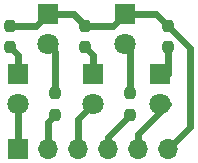
<source format=gbl>
%TF.GenerationSoftware,KiCad,Pcbnew,(6.0.10)*%
%TF.CreationDate,2023-01-30T00:45:51+02:00*%
%TF.ProjectId,LEDs Shield,4c454473-2053-4686-9965-6c642e6b6963,rev?*%
%TF.SameCoordinates,Original*%
%TF.FileFunction,Copper,L2,Bot*%
%TF.FilePolarity,Positive*%
%FSLAX46Y46*%
G04 Gerber Fmt 4.6, Leading zero omitted, Abs format (unit mm)*
G04 Created by KiCad (PCBNEW (6.0.10)) date 2023-01-30 00:45:51*
%MOMM*%
%LPD*%
G01*
G04 APERTURE LIST*
G04 Aperture macros list*
%AMRoundRect*
0 Rectangle with rounded corners*
0 $1 Rounding radius*
0 $2 $3 $4 $5 $6 $7 $8 $9 X,Y pos of 4 corners*
0 Add a 4 corners polygon primitive as box body*
4,1,4,$2,$3,$4,$5,$6,$7,$8,$9,$2,$3,0*
0 Add four circle primitives for the rounded corners*
1,1,$1+$1,$2,$3*
1,1,$1+$1,$4,$5*
1,1,$1+$1,$6,$7*
1,1,$1+$1,$8,$9*
0 Add four rect primitives between the rounded corners*
20,1,$1+$1,$2,$3,$4,$5,0*
20,1,$1+$1,$4,$5,$6,$7,0*
20,1,$1+$1,$6,$7,$8,$9,0*
20,1,$1+$1,$8,$9,$2,$3,0*%
G04 Aperture macros list end*
%TA.AperFunction,SMDPad,CuDef*%
%ADD10RoundRect,0.237500X-0.237500X0.250000X-0.237500X-0.250000X0.237500X-0.250000X0.237500X0.250000X0*%
%TD*%
%TA.AperFunction,ComponentPad*%
%ADD11R,1.800000X1.800000*%
%TD*%
%TA.AperFunction,ComponentPad*%
%ADD12C,1.800000*%
%TD*%
%TA.AperFunction,ComponentPad*%
%ADD13R,1.700000X1.700000*%
%TD*%
%TA.AperFunction,ComponentPad*%
%ADD14O,1.700000X1.700000*%
%TD*%
%TA.AperFunction,Conductor*%
%ADD15C,0.600000*%
%TD*%
G04 APERTURE END LIST*
D10*
%TO.P,R4,2*%
%TO.N,Net-(J3-Pad4)*%
X160325000Y-94562500D03*
%TO.P,R4,1*%
%TO.N,Net-(D4-Pad2)*%
X160325000Y-92737500D03*
%TD*%
%TO.P,R2,2*%
%TO.N,Net-(J3-Pad2)*%
X153975000Y-94562500D03*
%TO.P,R2,1*%
%TO.N,Net-(D2-Pad2)*%
X153975000Y-92737500D03*
%TD*%
%TO.P,R5,1*%
%TO.N,GND*%
X163500000Y-87022500D03*
%TO.P,R5,2*%
%TO.N,Net-(D5-Pad1)*%
X163500000Y-88847500D03*
%TD*%
%TO.P,R3,1*%
%TO.N,GND*%
X156515000Y-87022500D03*
%TO.P,R3,2*%
%TO.N,Net-(D3-Pad1)*%
X156515000Y-88847500D03*
%TD*%
%TO.P,R1,1*%
%TO.N,GND*%
X150165000Y-87022500D03*
%TO.P,R1,2*%
%TO.N,Net-(D1-Pad1)*%
X150165000Y-88847500D03*
%TD*%
D11*
%TO.P,D5,1,K*%
%TO.N,Net-(D5-Pad1)*%
X162865000Y-91105000D03*
D12*
%TO.P,D5,2,A*%
%TO.N,Net-(J3-Pad5)*%
X162865000Y-93645000D03*
%TD*%
%TO.P,D4,2,A*%
%TO.N,Net-(D4-Pad2)*%
X159880000Y-88565000D03*
D11*
%TO.P,D4,1,K*%
%TO.N,GND*%
X159880000Y-86025000D03*
%TD*%
%TO.P,D3,1,K*%
%TO.N,Net-(D3-Pad1)*%
X157150000Y-91105000D03*
D12*
%TO.P,D3,2,A*%
%TO.N,Net-(J3-Pad3)*%
X157150000Y-93645000D03*
%TD*%
%TO.P,D2,2,A*%
%TO.N,Net-(D2-Pad2)*%
X153340000Y-88565000D03*
D11*
%TO.P,D2,1,K*%
%TO.N,GND*%
X153340000Y-86025000D03*
%TD*%
%TO.P,D1,1,K*%
%TO.N,Net-(D1-Pad1)*%
X150800000Y-91110000D03*
D12*
%TO.P,D1,2,A*%
%TO.N,Net-(J3-Pad1)*%
X150800000Y-93650000D03*
%TD*%
D13*
%TO.P,J3,1,Pin_1*%
%TO.N,Net-(J3-Pad1)*%
X150800000Y-97460000D03*
D14*
%TO.P,J3,2,Pin_2*%
%TO.N,Net-(J3-Pad2)*%
X153340000Y-97460000D03*
%TO.P,J3,3,Pin_3*%
%TO.N,Net-(J3-Pad3)*%
X155880000Y-97460000D03*
%TO.P,J3,4,Pin_4*%
%TO.N,Net-(J3-Pad4)*%
X158420000Y-97460000D03*
%TO.P,J3,5,Pin_5*%
%TO.N,Net-(J3-Pad5)*%
X160960000Y-97460000D03*
%TO.P,J3,6,Pin_6*%
%TO.N,GND*%
X163500000Y-97460000D03*
%TD*%
D15*
%TO.N,Net-(D5-Pad1)*%
X163500000Y-91105000D02*
X163500000Y-88847500D01*
%TO.N,Net-(J3-Pad5)*%
X160960000Y-96185000D02*
X163500000Y-93645000D01*
X160960000Y-97460000D02*
X160960000Y-96185000D01*
%TO.N,Net-(D4-Pad2)*%
X160325000Y-92737500D02*
X160325000Y-89010000D01*
X160325000Y-89010000D02*
X159880000Y-88565000D01*
%TO.N,Net-(J3-Pad4)*%
X158420000Y-96467500D02*
X160325000Y-94562500D01*
X158420000Y-97460000D02*
X158420000Y-96467500D01*
%TO.N,Net-(D3-Pad1)*%
X157150000Y-89482500D02*
X156515000Y-88847500D01*
X157150000Y-91105000D02*
X157150000Y-89482500D01*
%TO.N,Net-(J3-Pad3)*%
X155880000Y-94915000D02*
X157150000Y-93645000D01*
X155880000Y-97460000D02*
X155880000Y-94915000D01*
%TO.N,Net-(D2-Pad2)*%
X153975000Y-92737500D02*
X153975000Y-89200000D01*
X153975000Y-89200000D02*
X153340000Y-88565000D01*
%TO.N,Net-(J3-Pad2)*%
X153340000Y-95197500D02*
X153975000Y-94562500D01*
X153340000Y-97460000D02*
X153340000Y-95197500D01*
%TO.N,GND*%
X165405000Y-88927500D02*
X165405000Y-95555000D01*
X163500000Y-87022500D02*
X165405000Y-88927500D01*
X165405000Y-95555000D02*
X163500000Y-97460000D01*
X162502500Y-86025000D02*
X163500000Y-87022500D01*
X159880000Y-86025000D02*
X162502500Y-86025000D01*
X158882500Y-87022500D02*
X159880000Y-86025000D01*
X156515000Y-87022500D02*
X158882500Y-87022500D01*
X155517500Y-86025000D02*
X156515000Y-87022500D01*
X153340000Y-86025000D02*
X155517500Y-86025000D01*
X152342500Y-87022500D02*
X153340000Y-86025000D01*
X150165000Y-87022500D02*
X152342500Y-87022500D01*
%TO.N,Net-(D1-Pad1)*%
X150800000Y-91110000D02*
X150800000Y-89482500D01*
X150800000Y-89482500D02*
X150165000Y-88847500D01*
%TO.N,Net-(J3-Pad1)*%
X150800000Y-97460000D02*
X150800000Y-93650000D01*
%TD*%
M02*

</source>
